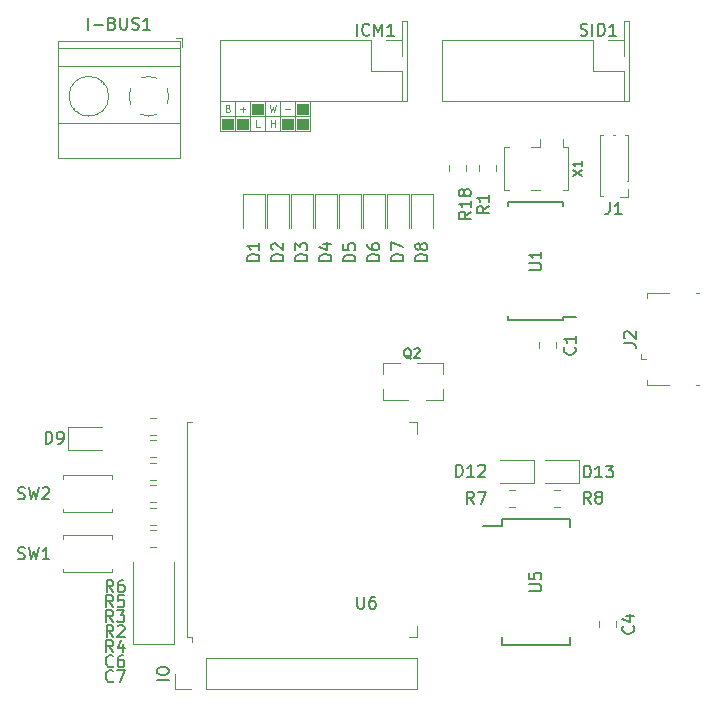
<source format=gbr>
G04 #@! TF.GenerationSoftware,KiCad,Pcbnew,5.1.5+dfsg1-2build2*
G04 #@! TF.CreationDate,2020-08-14T19:59:24+10:00*
G04 #@! TF.ProjectId,sid-board-v3_blocklayout,7369642d-626f-4617-9264-2d76335f626c,rev?*
G04 #@! TF.SameCoordinates,Original*
G04 #@! TF.FileFunction,Legend,Top*
G04 #@! TF.FilePolarity,Positive*
%FSLAX46Y46*%
G04 Gerber Fmt 4.6, Leading zero omitted, Abs format (unit mm)*
G04 Created by KiCad (PCBNEW 5.1.5+dfsg1-2build2) date 2020-08-14 19:59:24*
%MOMM*%
%LPD*%
G04 APERTURE LIST*
%ADD10C,0.120000*%
%ADD11C,0.100000*%
%ADD12C,0.150000*%
%ADD13C,0.200000*%
%ADD14C,0.125000*%
G04 APERTURE END LIST*
D10*
X151066500Y-73088500D02*
X158686500Y-73088500D01*
X166878000Y-73088500D02*
X166878000Y-72771000D01*
X166430000Y-73088500D02*
X166878000Y-73088500D01*
X166878000Y-66294000D02*
X166878000Y-72771000D01*
X166430000Y-66294000D02*
X166878000Y-66294000D01*
X166430000Y-67885000D02*
X166430000Y-66294000D01*
X166430000Y-67885000D02*
X166430000Y-69215000D01*
X165100000Y-67885000D02*
X166430000Y-67885000D01*
X166430000Y-70485000D02*
X166430000Y-73085000D01*
X163830000Y-70485000D02*
X166430000Y-70485000D01*
X163830000Y-67885000D02*
X163830000Y-70485000D01*
X166430000Y-73085000D02*
X151070000Y-73085000D01*
X163830000Y-67885000D02*
X151070000Y-67885000D01*
X151070000Y-67885000D02*
X151070000Y-73085000D01*
X126880252Y-103684000D02*
X126357748Y-103684000D01*
X126880252Y-105104000D02*
X126357748Y-105104000D01*
D11*
G36*
X138430000Y-75438000D02*
G01*
X137541000Y-75438000D01*
X137541000Y-74549000D01*
X138430000Y-74549000D01*
X138430000Y-75438000D01*
G37*
X138430000Y-75438000D02*
X137541000Y-75438000D01*
X137541000Y-74549000D01*
X138430000Y-74549000D01*
X138430000Y-75438000D01*
G36*
X139700000Y-75438000D02*
G01*
X138811000Y-75438000D01*
X138811000Y-74549000D01*
X139700000Y-74549000D01*
X139700000Y-75438000D01*
G37*
X139700000Y-75438000D02*
X138811000Y-75438000D01*
X138811000Y-74549000D01*
X139700000Y-74549000D01*
X139700000Y-75438000D01*
G36*
X139700000Y-74168000D02*
G01*
X138811000Y-74168000D01*
X138811000Y-73279000D01*
X139700000Y-73279000D01*
X139700000Y-74168000D01*
G37*
X139700000Y-74168000D02*
X138811000Y-74168000D01*
X138811000Y-73279000D01*
X139700000Y-73279000D01*
X139700000Y-74168000D01*
G36*
X135890000Y-74168000D02*
G01*
X135001000Y-74168000D01*
X135001000Y-73279000D01*
X135890000Y-73279000D01*
X135890000Y-74168000D01*
G37*
X135890000Y-74168000D02*
X135001000Y-74168000D01*
X135001000Y-73279000D01*
X135890000Y-73279000D01*
X135890000Y-74168000D01*
G36*
X134620000Y-75438000D02*
G01*
X133731000Y-75438000D01*
X133731000Y-74549000D01*
X134620000Y-74549000D01*
X134620000Y-75438000D01*
G37*
X134620000Y-75438000D02*
X133731000Y-75438000D01*
X133731000Y-74549000D01*
X134620000Y-74549000D01*
X134620000Y-75438000D01*
G36*
X133350000Y-75438000D02*
G01*
X132461000Y-75438000D01*
X132461000Y-74549000D01*
X133350000Y-74549000D01*
X133350000Y-75438000D01*
G37*
X133350000Y-75438000D02*
X132461000Y-75438000D01*
X132461000Y-74549000D01*
X133350000Y-74549000D01*
X133350000Y-75438000D01*
D10*
X138620500Y-75628500D02*
X138620500Y-74358500D01*
X138620500Y-74358500D02*
X138620500Y-73088500D01*
X137350500Y-74358500D02*
X137350500Y-75628500D01*
X137350500Y-73088500D02*
X137350500Y-74358500D01*
X136080500Y-74358500D02*
X136080500Y-75628500D01*
X136080500Y-73088500D02*
X136080500Y-74358500D01*
X134810500Y-73088500D02*
X134810500Y-74358500D01*
X134810500Y-74358500D02*
X134810500Y-75628500D01*
X133540500Y-75628500D02*
X133540500Y-73088500D01*
X132270500Y-74358500D02*
X139890500Y-74358500D01*
X132270500Y-73088500D02*
X139890500Y-73088500D01*
X132270500Y-75628500D02*
X132270500Y-73088500D01*
X139890500Y-75628500D02*
X132270500Y-75628500D01*
X139890500Y-73088500D02*
X139890500Y-75628500D01*
X148082000Y-73088500D02*
X148082000Y-72771000D01*
X147634000Y-73088500D02*
X148082000Y-73088500D01*
X148082000Y-66294000D02*
X148082000Y-72771000D01*
X147634000Y-66294000D02*
X148082000Y-66294000D01*
X147634000Y-67885000D02*
X147634000Y-66294000D01*
X147634000Y-67885000D02*
X147634000Y-69215000D01*
X146304000Y-67885000D02*
X147634000Y-67885000D01*
X147634000Y-70485000D02*
X147634000Y-73085000D01*
X145034000Y-70485000D02*
X147634000Y-70485000D01*
X145034000Y-67885000D02*
X145034000Y-70485000D01*
X147634000Y-73085000D02*
X132274000Y-73085000D01*
X145034000Y-67885000D02*
X132274000Y-67885000D01*
X132274000Y-67885000D02*
X132274000Y-73085000D01*
X154230000Y-79001252D02*
X154230000Y-78478748D01*
X155650000Y-79001252D02*
X155650000Y-78478748D01*
X126357748Y-101294000D02*
X126880252Y-101294000D01*
X126357748Y-99874000D02*
X126880252Y-99874000D01*
X148392000Y-80944000D02*
X148392000Y-83804000D01*
X150312000Y-80944000D02*
X148392000Y-80944000D01*
X150312000Y-83804000D02*
X150312000Y-80944000D01*
X122285000Y-100640000D02*
X119425000Y-100640000D01*
X119425000Y-100640000D02*
X119425000Y-102560000D01*
X119425000Y-102560000D02*
X122285000Y-102560000D01*
X134168000Y-80944000D02*
X134168000Y-83804000D01*
X136088000Y-80944000D02*
X134168000Y-80944000D01*
X136088000Y-83804000D02*
X136088000Y-80944000D01*
X167867500Y-94918000D02*
X168317500Y-94918000D01*
X167867500Y-94918000D02*
X167867500Y-94468000D01*
X168417500Y-89318000D02*
X168417500Y-89768000D01*
X170267500Y-89318000D02*
X168417500Y-89318000D01*
X172817500Y-97118000D02*
X172567500Y-97118000D01*
X172817500Y-89318000D02*
X172567500Y-89318000D01*
X170267500Y-97118000D02*
X168417500Y-97118000D01*
X168417500Y-97118000D02*
X168417500Y-96668000D01*
X138120000Y-83804000D02*
X138120000Y-80944000D01*
X138120000Y-80944000D02*
X136200000Y-80944000D01*
X136200000Y-80944000D02*
X136200000Y-83804000D01*
X129078000Y-67744000D02*
X128578000Y-67744000D01*
X129078000Y-68484000D02*
X129078000Y-67744000D01*
X122385000Y-71621000D02*
X122432000Y-71575000D01*
X120088000Y-73919000D02*
X120123000Y-73883000D01*
X122192000Y-71405000D02*
X122227000Y-71370000D01*
X119883000Y-73713000D02*
X119930000Y-73667000D01*
X118558000Y-77905000D02*
X118558000Y-67984000D01*
X128838000Y-77905000D02*
X128838000Y-67984000D01*
X128838000Y-67984000D02*
X118558000Y-67984000D01*
X128838000Y-77905000D02*
X118558000Y-77905000D01*
X128838000Y-74945000D02*
X118558000Y-74945000D01*
X128838000Y-70044000D02*
X118558000Y-70044000D01*
X128838000Y-68544000D02*
X118558000Y-68544000D01*
X122838000Y-72644000D02*
G75*
G03X122838000Y-72644000I-1680000J0D01*
G01*
X126209195Y-70963747D02*
G75*
G02X126922000Y-71109000I28805J-1680253D01*
G01*
X127773426Y-71960958D02*
G75*
G02X127773000Y-73328000I-1535426J-683042D01*
G01*
X126921042Y-74179426D02*
G75*
G02X125554000Y-74179000I-683042J1535426D01*
G01*
X124702574Y-73327042D02*
G75*
G02X124703000Y-71960000I1535426J683042D01*
G01*
X125554682Y-71109244D02*
G75*
G02X126238000Y-70964000I683318J-1534756D01*
G01*
X151128000Y-98354000D02*
X149668000Y-98354000D01*
X151128000Y-95194000D02*
X148968000Y-95194000D01*
X151128000Y-95194000D02*
X151128000Y-96124000D01*
X151128000Y-98354000D02*
X151128000Y-97424000D01*
X146052000Y-95194000D02*
X146052000Y-96124000D01*
X146052000Y-98354000D02*
X146052000Y-97424000D01*
X146052000Y-98354000D02*
X148212000Y-98354000D01*
X146052000Y-95194000D02*
X147512000Y-95194000D01*
X126880252Y-108914000D02*
X126357748Y-108914000D01*
X126880252Y-107494000D02*
X126357748Y-107494000D01*
X158832000Y-103434000D02*
X155972000Y-103434000D01*
X158832000Y-105354000D02*
X158832000Y-103434000D01*
X155972000Y-105354000D02*
X158832000Y-105354000D01*
X156710748Y-105970000D02*
X157233252Y-105970000D01*
X156710748Y-107390000D02*
X157233252Y-107390000D01*
X126880252Y-103199000D02*
X126357748Y-103199000D01*
X126880252Y-101779000D02*
X126357748Y-101779000D01*
X129892000Y-118467000D02*
X129892000Y-118847000D01*
X129472000Y-118467000D02*
X129892000Y-118467000D01*
X129472000Y-100227000D02*
X129892000Y-100227000D01*
X129472000Y-118467000D02*
X129472000Y-100227000D01*
X148912000Y-100227000D02*
X148912000Y-101227000D01*
X148292000Y-100227000D02*
X148912000Y-100227000D01*
X148912000Y-118467000D02*
X148912000Y-117467000D01*
X148292000Y-118467000D02*
X148912000Y-118467000D01*
X159782000Y-105354000D02*
X162642000Y-105354000D01*
X162642000Y-105354000D02*
X162642000Y-103434000D01*
X162642000Y-103434000D02*
X159782000Y-103434000D01*
X160730000Y-93987252D02*
X160730000Y-93464748D01*
X159310000Y-93987252D02*
X159310000Y-93464748D01*
X164390000Y-117609252D02*
X164390000Y-117086748D01*
X165810000Y-117609252D02*
X165810000Y-117086748D01*
X118961000Y-107869000D02*
X118961000Y-107569000D01*
X123101000Y-104729000D02*
X123101000Y-105029000D01*
X123101000Y-107569000D02*
X123101000Y-107869000D01*
X118961000Y-104729000D02*
X123101000Y-104729000D01*
X118961000Y-105029000D02*
X118961000Y-104729000D01*
X123101000Y-107869000D02*
X118961000Y-107869000D01*
X126880252Y-105589000D02*
X126357748Y-105589000D01*
X126880252Y-107009000D02*
X126357748Y-107009000D01*
X151690000Y-79010252D02*
X151690000Y-78487748D01*
X153110000Y-79010252D02*
X153110000Y-78487748D01*
X160520748Y-107390000D02*
X161043252Y-107390000D01*
X160520748Y-105970000D02*
X161043252Y-105970000D01*
X126357748Y-110819000D02*
X126880252Y-110819000D01*
X126357748Y-109399000D02*
X126880252Y-109399000D01*
D12*
X161329000Y-91364000D02*
X162404000Y-91364000D01*
X161329000Y-81639000D02*
X156679000Y-81639000D01*
X161329000Y-91589000D02*
X156679000Y-91589000D01*
X161329000Y-81639000D02*
X161329000Y-81964000D01*
X156679000Y-81639000D02*
X156679000Y-81964000D01*
X156679000Y-91589000D02*
X156679000Y-91264000D01*
X161329000Y-91589000D02*
X161329000Y-91364000D01*
D10*
X128329000Y-118997000D02*
X128329000Y-112062000D01*
X124909000Y-118997000D02*
X128329000Y-118997000D01*
X124909000Y-112062000D02*
X124909000Y-118997000D01*
X123101000Y-112949000D02*
X118961000Y-112949000D01*
X118961000Y-110109000D02*
X118961000Y-109809000D01*
X118961000Y-109809000D02*
X123101000Y-109809000D01*
X123101000Y-112649000D02*
X123101000Y-112949000D01*
X123101000Y-109809000D02*
X123101000Y-110109000D01*
X118961000Y-112949000D02*
X118961000Y-112649000D01*
D12*
X156129000Y-109042000D02*
X154529000Y-109042000D01*
X156129000Y-119117000D02*
X161879000Y-119117000D01*
X156129000Y-108467000D02*
X161879000Y-108467000D01*
X156129000Y-119117000D02*
X156129000Y-118467000D01*
X161879000Y-119117000D02*
X161879000Y-118467000D01*
X161879000Y-108467000D02*
X161879000Y-109117000D01*
X156129000Y-108467000D02*
X156129000Y-109042000D01*
D10*
X138232000Y-80944000D02*
X138232000Y-83804000D01*
X140152000Y-80944000D02*
X138232000Y-80944000D01*
X140152000Y-83804000D02*
X140152000Y-80944000D01*
X142184000Y-83804000D02*
X142184000Y-80944000D01*
X142184000Y-80944000D02*
X140264000Y-80944000D01*
X140264000Y-80944000D02*
X140264000Y-83804000D01*
X144216000Y-83804000D02*
X144216000Y-80944000D01*
X144216000Y-80944000D02*
X142296000Y-80944000D01*
X142296000Y-80944000D02*
X142296000Y-83804000D01*
X144328000Y-80944000D02*
X144328000Y-83804000D01*
X146248000Y-80944000D02*
X144328000Y-80944000D01*
X146248000Y-83804000D02*
X146248000Y-80944000D01*
X146360000Y-80944000D02*
X146360000Y-83804000D01*
X148280000Y-80944000D02*
X146360000Y-80944000D01*
X148280000Y-83804000D02*
X148280000Y-80944000D01*
X166826000Y-75958000D02*
X166510493Y-75958000D01*
X164721507Y-75958000D02*
X164406000Y-75958000D01*
X165721507Y-75958000D02*
X165510493Y-75958000D01*
X166826000Y-79833000D02*
X166826000Y-75958000D01*
X164406000Y-81078000D02*
X164406000Y-75958000D01*
X166826000Y-79833000D02*
X166724276Y-79833000D01*
X164721507Y-81078000D02*
X164406000Y-81078000D01*
X166826000Y-80518000D02*
X166826000Y-81203000D01*
X166826000Y-81203000D02*
X166116000Y-81203000D01*
X156694000Y-80540000D02*
X156304000Y-80540000D01*
X156304000Y-80540000D02*
X156304000Y-76940000D01*
X156304000Y-76940000D02*
X156694000Y-76940000D01*
X159374000Y-80540000D02*
X158634000Y-80540000D01*
X161314000Y-76240000D02*
X161314000Y-76940000D01*
X161314000Y-76940000D02*
X161704000Y-76940000D01*
X161704000Y-76940000D02*
X161704000Y-80540000D01*
X161704000Y-80540000D02*
X161314000Y-80540000D01*
X158634000Y-76940000D02*
X159374000Y-76940000D01*
X159374000Y-76940000D02*
X159374000Y-76240000D01*
X148904000Y-122869000D02*
X148904000Y-120209000D01*
X131064000Y-122869000D02*
X148904000Y-122869000D01*
X131064000Y-120209000D02*
X148904000Y-120209000D01*
X131064000Y-122869000D02*
X131064000Y-120209000D01*
X129794000Y-122869000D02*
X128464000Y-122869000D01*
X128464000Y-122869000D02*
X128464000Y-121539000D01*
D13*
X162795523Y-67460761D02*
X162938380Y-67508380D01*
X163176476Y-67508380D01*
X163271714Y-67460761D01*
X163319333Y-67413142D01*
X163366952Y-67317904D01*
X163366952Y-67222666D01*
X163319333Y-67127428D01*
X163271714Y-67079809D01*
X163176476Y-67032190D01*
X162986000Y-66984571D01*
X162890761Y-66936952D01*
X162843142Y-66889333D01*
X162795523Y-66794095D01*
X162795523Y-66698857D01*
X162843142Y-66603619D01*
X162890761Y-66556000D01*
X162986000Y-66508380D01*
X163224095Y-66508380D01*
X163366952Y-66556000D01*
X163795523Y-67508380D02*
X163795523Y-66508380D01*
X164271714Y-67508380D02*
X164271714Y-66508380D01*
X164509809Y-66508380D01*
X164652666Y-66556000D01*
X164747904Y-66651238D01*
X164795523Y-66746476D01*
X164843142Y-66936952D01*
X164843142Y-67079809D01*
X164795523Y-67270285D01*
X164747904Y-67365523D01*
X164652666Y-67460761D01*
X164509809Y-67508380D01*
X164271714Y-67508380D01*
X165795523Y-67508380D02*
X165224095Y-67508380D01*
X165509809Y-67508380D02*
X165509809Y-66508380D01*
X165414571Y-66651238D01*
X165319333Y-66746476D01*
X165224095Y-66794095D01*
D12*
X123219642Y-117165380D02*
X122886309Y-116689190D01*
X122648214Y-117165380D02*
X122648214Y-116165380D01*
X123029166Y-116165380D01*
X123124404Y-116213000D01*
X123172023Y-116260619D01*
X123219642Y-116355857D01*
X123219642Y-116498714D01*
X123172023Y-116593952D01*
X123124404Y-116641571D01*
X123029166Y-116689190D01*
X122648214Y-116689190D01*
X123552976Y-116165380D02*
X124172023Y-116165380D01*
X123838690Y-116546333D01*
X123981547Y-116546333D01*
X124076785Y-116593952D01*
X124124404Y-116641571D01*
X124172023Y-116736809D01*
X124172023Y-116974904D01*
X124124404Y-117070142D01*
X124076785Y-117117761D01*
X123981547Y-117165380D01*
X123695833Y-117165380D01*
X123600595Y-117117761D01*
X123552976Y-117070142D01*
D13*
X143856666Y-67508380D02*
X143856666Y-66508380D01*
X144904285Y-67413142D02*
X144856666Y-67460761D01*
X144713809Y-67508380D01*
X144618571Y-67508380D01*
X144475714Y-67460761D01*
X144380476Y-67365523D01*
X144332857Y-67270285D01*
X144285238Y-67079809D01*
X144285238Y-66936952D01*
X144332857Y-66746476D01*
X144380476Y-66651238D01*
X144475714Y-66556000D01*
X144618571Y-66508380D01*
X144713809Y-66508380D01*
X144856666Y-66556000D01*
X144904285Y-66603619D01*
X145332857Y-67508380D02*
X145332857Y-66508380D01*
X145666190Y-67222666D01*
X145999523Y-66508380D01*
X145999523Y-67508380D01*
X146999523Y-67508380D02*
X146428095Y-67508380D01*
X146713809Y-67508380D02*
X146713809Y-66508380D01*
X146618571Y-66651238D01*
X146523333Y-66746476D01*
X146428095Y-66794095D01*
D14*
X136544071Y-75264928D02*
X136544071Y-74664928D01*
X136544071Y-74950642D02*
X136886928Y-74950642D01*
X136886928Y-75264928D02*
X136886928Y-74664928D01*
X135631214Y-75264928D02*
X135345500Y-75264928D01*
X135345500Y-74664928D01*
X132948357Y-73680642D02*
X133034071Y-73709214D01*
X133062642Y-73737785D01*
X133091214Y-73794928D01*
X133091214Y-73880642D01*
X133062642Y-73937785D01*
X133034071Y-73966357D01*
X132976928Y-73994928D01*
X132748357Y-73994928D01*
X132748357Y-73394928D01*
X132948357Y-73394928D01*
X133005500Y-73423500D01*
X133034071Y-73452071D01*
X133062642Y-73509214D01*
X133062642Y-73566357D01*
X133034071Y-73623500D01*
X133005500Y-73652071D01*
X132948357Y-73680642D01*
X132748357Y-73680642D01*
X133946928Y-73766357D02*
X134404071Y-73766357D01*
X134175500Y-73994928D02*
X134175500Y-73537785D01*
X136458357Y-73394928D02*
X136601214Y-73994928D01*
X136715500Y-73566357D01*
X136829785Y-73994928D01*
X136972642Y-73394928D01*
X137756928Y-73766357D02*
X138214071Y-73766357D01*
D12*
X155011380Y-81954666D02*
X154535190Y-82288000D01*
X155011380Y-82526095D02*
X154011380Y-82526095D01*
X154011380Y-82145142D01*
X154059000Y-82049904D01*
X154106619Y-82002285D01*
X154201857Y-81954666D01*
X154344714Y-81954666D01*
X154439952Y-82002285D01*
X154487571Y-82049904D01*
X154535190Y-82145142D01*
X154535190Y-82526095D01*
X155011380Y-81002285D02*
X155011380Y-81573714D01*
X155011380Y-81288000D02*
X154011380Y-81288000D01*
X154154238Y-81383238D01*
X154249476Y-81478476D01*
X154297095Y-81573714D01*
X123228642Y-114625380D02*
X122895309Y-114149190D01*
X122657214Y-114625380D02*
X122657214Y-113625380D01*
X123038166Y-113625380D01*
X123133404Y-113673000D01*
X123181023Y-113720619D01*
X123228642Y-113815857D01*
X123228642Y-113958714D01*
X123181023Y-114053952D01*
X123133404Y-114101571D01*
X123038166Y-114149190D01*
X122657214Y-114149190D01*
X124085785Y-113625380D02*
X123895309Y-113625380D01*
X123800071Y-113673000D01*
X123752452Y-113720619D01*
X123657214Y-113863476D01*
X123609595Y-114053952D01*
X123609595Y-114434904D01*
X123657214Y-114530142D01*
X123704833Y-114577761D01*
X123800071Y-114625380D01*
X123990547Y-114625380D01*
X124085785Y-114577761D01*
X124133404Y-114530142D01*
X124181023Y-114434904D01*
X124181023Y-114196809D01*
X124133404Y-114101571D01*
X124085785Y-114053952D01*
X123990547Y-114006333D01*
X123800071Y-114006333D01*
X123704833Y-114053952D01*
X123657214Y-114101571D01*
X123609595Y-114196809D01*
X149804380Y-86590095D02*
X148804380Y-86590095D01*
X148804380Y-86352000D01*
X148852000Y-86209142D01*
X148947238Y-86113904D01*
X149042476Y-86066285D01*
X149232952Y-86018666D01*
X149375809Y-86018666D01*
X149566285Y-86066285D01*
X149661523Y-86113904D01*
X149756761Y-86209142D01*
X149804380Y-86352000D01*
X149804380Y-86590095D01*
X149232952Y-85447238D02*
X149185333Y-85542476D01*
X149137714Y-85590095D01*
X149042476Y-85637714D01*
X148994857Y-85637714D01*
X148899619Y-85590095D01*
X148852000Y-85542476D01*
X148804380Y-85447238D01*
X148804380Y-85256761D01*
X148852000Y-85161523D01*
X148899619Y-85113904D01*
X148994857Y-85066285D01*
X149042476Y-85066285D01*
X149137714Y-85113904D01*
X149185333Y-85161523D01*
X149232952Y-85256761D01*
X149232952Y-85447238D01*
X149280571Y-85542476D01*
X149328190Y-85590095D01*
X149423428Y-85637714D01*
X149613904Y-85637714D01*
X149709142Y-85590095D01*
X149756761Y-85542476D01*
X149804380Y-85447238D01*
X149804380Y-85256761D01*
X149756761Y-85161523D01*
X149709142Y-85113904D01*
X149613904Y-85066285D01*
X149423428Y-85066285D01*
X149328190Y-85113904D01*
X149280571Y-85161523D01*
X149232952Y-85256761D01*
X117498904Y-102052380D02*
X117498904Y-101052380D01*
X117737000Y-101052380D01*
X117879857Y-101100000D01*
X117975095Y-101195238D01*
X118022714Y-101290476D01*
X118070333Y-101480952D01*
X118070333Y-101623809D01*
X118022714Y-101814285D01*
X117975095Y-101909523D01*
X117879857Y-102004761D01*
X117737000Y-102052380D01*
X117498904Y-102052380D01*
X118546523Y-102052380D02*
X118737000Y-102052380D01*
X118832238Y-102004761D01*
X118879857Y-101957142D01*
X118975095Y-101814285D01*
X119022714Y-101623809D01*
X119022714Y-101242857D01*
X118975095Y-101147619D01*
X118927476Y-101100000D01*
X118832238Y-101052380D01*
X118641761Y-101052380D01*
X118546523Y-101100000D01*
X118498904Y-101147619D01*
X118451285Y-101242857D01*
X118451285Y-101480952D01*
X118498904Y-101576190D01*
X118546523Y-101623809D01*
X118641761Y-101671428D01*
X118832238Y-101671428D01*
X118927476Y-101623809D01*
X118975095Y-101576190D01*
X119022714Y-101480952D01*
X135580380Y-86590095D02*
X134580380Y-86590095D01*
X134580380Y-86352000D01*
X134628000Y-86209142D01*
X134723238Y-86113904D01*
X134818476Y-86066285D01*
X135008952Y-86018666D01*
X135151809Y-86018666D01*
X135342285Y-86066285D01*
X135437523Y-86113904D01*
X135532761Y-86209142D01*
X135580380Y-86352000D01*
X135580380Y-86590095D01*
X135580380Y-85066285D02*
X135580380Y-85637714D01*
X135580380Y-85352000D02*
X134580380Y-85352000D01*
X134723238Y-85447238D01*
X134818476Y-85542476D01*
X134866095Y-85637714D01*
X166457380Y-93551333D02*
X167171666Y-93551333D01*
X167314523Y-93598952D01*
X167409761Y-93694190D01*
X167457380Y-93837047D01*
X167457380Y-93932285D01*
X166552619Y-93122761D02*
X166505000Y-93075142D01*
X166457380Y-92979904D01*
X166457380Y-92741809D01*
X166505000Y-92646571D01*
X166552619Y-92598952D01*
X166647857Y-92551333D01*
X166743095Y-92551333D01*
X166885952Y-92598952D01*
X167457380Y-93170380D01*
X167457380Y-92551333D01*
X137612380Y-86590095D02*
X136612380Y-86590095D01*
X136612380Y-86352000D01*
X136660000Y-86209142D01*
X136755238Y-86113904D01*
X136850476Y-86066285D01*
X137040952Y-86018666D01*
X137183809Y-86018666D01*
X137374285Y-86066285D01*
X137469523Y-86113904D01*
X137564761Y-86209142D01*
X137612380Y-86352000D01*
X137612380Y-86590095D01*
X136707619Y-85637714D02*
X136660000Y-85590095D01*
X136612380Y-85494857D01*
X136612380Y-85256761D01*
X136660000Y-85161523D01*
X136707619Y-85113904D01*
X136802857Y-85066285D01*
X136898095Y-85066285D01*
X137040952Y-85113904D01*
X137612380Y-85685333D01*
X137612380Y-85066285D01*
X121102761Y-67000380D02*
X121102761Y-66000380D01*
X121578952Y-66619428D02*
X122340857Y-66619428D01*
X123150380Y-66476571D02*
X123293238Y-66524190D01*
X123340857Y-66571809D01*
X123388476Y-66667047D01*
X123388476Y-66809904D01*
X123340857Y-66905142D01*
X123293238Y-66952761D01*
X123198000Y-67000380D01*
X122817047Y-67000380D01*
X122817047Y-66000380D01*
X123150380Y-66000380D01*
X123245619Y-66048000D01*
X123293238Y-66095619D01*
X123340857Y-66190857D01*
X123340857Y-66286095D01*
X123293238Y-66381333D01*
X123245619Y-66428952D01*
X123150380Y-66476571D01*
X122817047Y-66476571D01*
X123817047Y-66000380D02*
X123817047Y-66809904D01*
X123864666Y-66905142D01*
X123912285Y-66952761D01*
X124007523Y-67000380D01*
X124198000Y-67000380D01*
X124293238Y-66952761D01*
X124340857Y-66905142D01*
X124388476Y-66809904D01*
X124388476Y-66000380D01*
X124817047Y-66952761D02*
X124959904Y-67000380D01*
X125198000Y-67000380D01*
X125293238Y-66952761D01*
X125340857Y-66905142D01*
X125388476Y-66809904D01*
X125388476Y-66714666D01*
X125340857Y-66619428D01*
X125293238Y-66571809D01*
X125198000Y-66524190D01*
X125007523Y-66476571D01*
X124912285Y-66428952D01*
X124864666Y-66381333D01*
X124817047Y-66286095D01*
X124817047Y-66190857D01*
X124864666Y-66095619D01*
X124912285Y-66048000D01*
X125007523Y-66000380D01*
X125245619Y-66000380D01*
X125388476Y-66048000D01*
X126340857Y-67000380D02*
X125769428Y-67000380D01*
X126055142Y-67000380D02*
X126055142Y-66000380D01*
X125959904Y-66143238D01*
X125864666Y-66238476D01*
X125769428Y-66286095D01*
X148450309Y-94862595D02*
X148374119Y-94824500D01*
X148297928Y-94748309D01*
X148183642Y-94634023D01*
X148107452Y-94595928D01*
X148031261Y-94595928D01*
X148069357Y-94786404D02*
X147993166Y-94748309D01*
X147916976Y-94672119D01*
X147878880Y-94519738D01*
X147878880Y-94253071D01*
X147916976Y-94100690D01*
X147993166Y-94024500D01*
X148069357Y-93986404D01*
X148221738Y-93986404D01*
X148297928Y-94024500D01*
X148374119Y-94100690D01*
X148412214Y-94253071D01*
X148412214Y-94519738D01*
X148374119Y-94672119D01*
X148297928Y-94748309D01*
X148221738Y-94786404D01*
X148069357Y-94786404D01*
X148716976Y-94062595D02*
X148755071Y-94024500D01*
X148831261Y-93986404D01*
X149021738Y-93986404D01*
X149097928Y-94024500D01*
X149136023Y-94062595D01*
X149174119Y-94138785D01*
X149174119Y-94214976D01*
X149136023Y-94329261D01*
X148678880Y-94786404D01*
X149174119Y-94786404D01*
X123219642Y-119705380D02*
X122886309Y-119229190D01*
X122648214Y-119705380D02*
X122648214Y-118705380D01*
X123029166Y-118705380D01*
X123124404Y-118753000D01*
X123172023Y-118800619D01*
X123219642Y-118895857D01*
X123219642Y-119038714D01*
X123172023Y-119133952D01*
X123124404Y-119181571D01*
X123029166Y-119229190D01*
X122648214Y-119229190D01*
X124076785Y-119038714D02*
X124076785Y-119705380D01*
X123838690Y-118657761D02*
X123600595Y-119372047D01*
X124219642Y-119372047D01*
X152239333Y-104846380D02*
X152239333Y-103846380D01*
X152477428Y-103846380D01*
X152620285Y-103894000D01*
X152715523Y-103989238D01*
X152763142Y-104084476D01*
X152810761Y-104274952D01*
X152810761Y-104417809D01*
X152763142Y-104608285D01*
X152715523Y-104703523D01*
X152620285Y-104798761D01*
X152477428Y-104846380D01*
X152239333Y-104846380D01*
X153763142Y-104846380D02*
X153191714Y-104846380D01*
X153477428Y-104846380D02*
X153477428Y-103846380D01*
X153382190Y-103989238D01*
X153286952Y-104084476D01*
X153191714Y-104132095D01*
X154144095Y-103941619D02*
X154191714Y-103894000D01*
X154286952Y-103846380D01*
X154525047Y-103846380D01*
X154620285Y-103894000D01*
X154667904Y-103941619D01*
X154715523Y-104036857D01*
X154715523Y-104132095D01*
X154667904Y-104274952D01*
X154096476Y-104846380D01*
X154715523Y-104846380D01*
X153763142Y-107132380D02*
X153429809Y-106656190D01*
X153191714Y-107132380D02*
X153191714Y-106132380D01*
X153572666Y-106132380D01*
X153667904Y-106180000D01*
X153715523Y-106227619D01*
X153763142Y-106322857D01*
X153763142Y-106465714D01*
X153715523Y-106560952D01*
X153667904Y-106608571D01*
X153572666Y-106656190D01*
X153191714Y-106656190D01*
X154096476Y-106132380D02*
X154763142Y-106132380D01*
X154334571Y-107132380D01*
X123219642Y-115895380D02*
X122886309Y-115419190D01*
X122648214Y-115895380D02*
X122648214Y-114895380D01*
X123029166Y-114895380D01*
X123124404Y-114943000D01*
X123172023Y-114990619D01*
X123219642Y-115085857D01*
X123219642Y-115228714D01*
X123172023Y-115323952D01*
X123124404Y-115371571D01*
X123029166Y-115419190D01*
X122648214Y-115419190D01*
X124124404Y-114895380D02*
X123648214Y-114895380D01*
X123600595Y-115371571D01*
X123648214Y-115323952D01*
X123743452Y-115276333D01*
X123981547Y-115276333D01*
X124076785Y-115323952D01*
X124124404Y-115371571D01*
X124172023Y-115466809D01*
X124172023Y-115704904D01*
X124124404Y-115800142D01*
X124076785Y-115847761D01*
X123981547Y-115895380D01*
X123743452Y-115895380D01*
X123648214Y-115847761D01*
X123600595Y-115800142D01*
X143891095Y-115022380D02*
X143891095Y-115831904D01*
X143938714Y-115927142D01*
X143986333Y-115974761D01*
X144081571Y-116022380D01*
X144272047Y-116022380D01*
X144367285Y-115974761D01*
X144414904Y-115927142D01*
X144462523Y-115831904D01*
X144462523Y-115022380D01*
X145367285Y-115022380D02*
X145176809Y-115022380D01*
X145081571Y-115070000D01*
X145033952Y-115117619D01*
X144938714Y-115260476D01*
X144891095Y-115450952D01*
X144891095Y-115831904D01*
X144938714Y-115927142D01*
X144986333Y-115974761D01*
X145081571Y-116022380D01*
X145272047Y-116022380D01*
X145367285Y-115974761D01*
X145414904Y-115927142D01*
X145462523Y-115831904D01*
X145462523Y-115593809D01*
X145414904Y-115498571D01*
X145367285Y-115450952D01*
X145272047Y-115403333D01*
X145081571Y-115403333D01*
X144986333Y-115450952D01*
X144938714Y-115498571D01*
X144891095Y-115593809D01*
X163086095Y-104909880D02*
X163086095Y-103909880D01*
X163324190Y-103909880D01*
X163467047Y-103957500D01*
X163562285Y-104052738D01*
X163609904Y-104147976D01*
X163657523Y-104338452D01*
X163657523Y-104481309D01*
X163609904Y-104671785D01*
X163562285Y-104767023D01*
X163467047Y-104862261D01*
X163324190Y-104909880D01*
X163086095Y-104909880D01*
X164609904Y-104909880D02*
X164038476Y-104909880D01*
X164324190Y-104909880D02*
X164324190Y-103909880D01*
X164228952Y-104052738D01*
X164133714Y-104147976D01*
X164038476Y-104195595D01*
X164943238Y-103909880D02*
X165562285Y-103909880D01*
X165228952Y-104290833D01*
X165371809Y-104290833D01*
X165467047Y-104338452D01*
X165514666Y-104386071D01*
X165562285Y-104481309D01*
X165562285Y-104719404D01*
X165514666Y-104814642D01*
X165467047Y-104862261D01*
X165371809Y-104909880D01*
X165086095Y-104909880D01*
X164990857Y-104862261D01*
X164943238Y-104814642D01*
X162282142Y-93892666D02*
X162329761Y-93940285D01*
X162377380Y-94083142D01*
X162377380Y-94178380D01*
X162329761Y-94321238D01*
X162234523Y-94416476D01*
X162139285Y-94464095D01*
X161948809Y-94511714D01*
X161805952Y-94511714D01*
X161615476Y-94464095D01*
X161520238Y-94416476D01*
X161425000Y-94321238D01*
X161377380Y-94178380D01*
X161377380Y-94083142D01*
X161425000Y-93940285D01*
X161472619Y-93892666D01*
X162377380Y-92940285D02*
X162377380Y-93511714D01*
X162377380Y-93226000D02*
X161377380Y-93226000D01*
X161520238Y-93321238D01*
X161615476Y-93416476D01*
X161663095Y-93511714D01*
X167235142Y-117514666D02*
X167282761Y-117562285D01*
X167330380Y-117705142D01*
X167330380Y-117800380D01*
X167282761Y-117943238D01*
X167187523Y-118038476D01*
X167092285Y-118086095D01*
X166901809Y-118133714D01*
X166758952Y-118133714D01*
X166568476Y-118086095D01*
X166473238Y-118038476D01*
X166378000Y-117943238D01*
X166330380Y-117800380D01*
X166330380Y-117705142D01*
X166378000Y-117562285D01*
X166425619Y-117514666D01*
X166663714Y-116657523D02*
X167330380Y-116657523D01*
X166282761Y-116895619D02*
X166997047Y-117133714D01*
X166997047Y-116514666D01*
X115155357Y-106703761D02*
X115298214Y-106751380D01*
X115536309Y-106751380D01*
X115631547Y-106703761D01*
X115679166Y-106656142D01*
X115726785Y-106560904D01*
X115726785Y-106465666D01*
X115679166Y-106370428D01*
X115631547Y-106322809D01*
X115536309Y-106275190D01*
X115345833Y-106227571D01*
X115250595Y-106179952D01*
X115202976Y-106132333D01*
X115155357Y-106037095D01*
X115155357Y-105941857D01*
X115202976Y-105846619D01*
X115250595Y-105799000D01*
X115345833Y-105751380D01*
X115583928Y-105751380D01*
X115726785Y-105799000D01*
X116060119Y-105751380D02*
X116298214Y-106751380D01*
X116488690Y-106037095D01*
X116679166Y-106751380D01*
X116917261Y-105751380D01*
X117250595Y-105846619D02*
X117298214Y-105799000D01*
X117393452Y-105751380D01*
X117631547Y-105751380D01*
X117726785Y-105799000D01*
X117774404Y-105846619D01*
X117822023Y-105941857D01*
X117822023Y-106037095D01*
X117774404Y-106179952D01*
X117202976Y-106751380D01*
X117822023Y-106751380D01*
X123228642Y-118435380D02*
X122895309Y-117959190D01*
X122657214Y-118435380D02*
X122657214Y-117435380D01*
X123038166Y-117435380D01*
X123133404Y-117483000D01*
X123181023Y-117530619D01*
X123228642Y-117625857D01*
X123228642Y-117768714D01*
X123181023Y-117863952D01*
X123133404Y-117911571D01*
X123038166Y-117959190D01*
X122657214Y-117959190D01*
X123609595Y-117530619D02*
X123657214Y-117483000D01*
X123752452Y-117435380D01*
X123990547Y-117435380D01*
X124085785Y-117483000D01*
X124133404Y-117530619D01*
X124181023Y-117625857D01*
X124181023Y-117721095D01*
X124133404Y-117863952D01*
X123561976Y-118435380D01*
X124181023Y-118435380D01*
X153487380Y-82430857D02*
X153011190Y-82764190D01*
X153487380Y-83002285D02*
X152487380Y-83002285D01*
X152487380Y-82621333D01*
X152535000Y-82526095D01*
X152582619Y-82478476D01*
X152677857Y-82430857D01*
X152820714Y-82430857D01*
X152915952Y-82478476D01*
X152963571Y-82526095D01*
X153011190Y-82621333D01*
X153011190Y-83002285D01*
X153487380Y-81478476D02*
X153487380Y-82049904D01*
X153487380Y-81764190D02*
X152487380Y-81764190D01*
X152630238Y-81859428D01*
X152725476Y-81954666D01*
X152773095Y-82049904D01*
X152915952Y-80907047D02*
X152868333Y-81002285D01*
X152820714Y-81049904D01*
X152725476Y-81097523D01*
X152677857Y-81097523D01*
X152582619Y-81049904D01*
X152535000Y-81002285D01*
X152487380Y-80907047D01*
X152487380Y-80716571D01*
X152535000Y-80621333D01*
X152582619Y-80573714D01*
X152677857Y-80526095D01*
X152725476Y-80526095D01*
X152820714Y-80573714D01*
X152868333Y-80621333D01*
X152915952Y-80716571D01*
X152915952Y-80907047D01*
X152963571Y-81002285D01*
X153011190Y-81049904D01*
X153106428Y-81097523D01*
X153296904Y-81097523D01*
X153392142Y-81049904D01*
X153439761Y-81002285D01*
X153487380Y-80907047D01*
X153487380Y-80716571D01*
X153439761Y-80621333D01*
X153392142Y-80573714D01*
X153296904Y-80526095D01*
X153106428Y-80526095D01*
X153011190Y-80573714D01*
X152963571Y-80621333D01*
X152915952Y-80716571D01*
X163657523Y-107132380D02*
X163324190Y-106656190D01*
X163086095Y-107132380D02*
X163086095Y-106132380D01*
X163467047Y-106132380D01*
X163562285Y-106180000D01*
X163609904Y-106227619D01*
X163657523Y-106322857D01*
X163657523Y-106465714D01*
X163609904Y-106560952D01*
X163562285Y-106608571D01*
X163467047Y-106656190D01*
X163086095Y-106656190D01*
X164228952Y-106560952D02*
X164133714Y-106513333D01*
X164086095Y-106465714D01*
X164038476Y-106370476D01*
X164038476Y-106322857D01*
X164086095Y-106227619D01*
X164133714Y-106180000D01*
X164228952Y-106132380D01*
X164419428Y-106132380D01*
X164514666Y-106180000D01*
X164562285Y-106227619D01*
X164609904Y-106322857D01*
X164609904Y-106370476D01*
X164562285Y-106465714D01*
X164514666Y-106513333D01*
X164419428Y-106560952D01*
X164228952Y-106560952D01*
X164133714Y-106608571D01*
X164086095Y-106656190D01*
X164038476Y-106751428D01*
X164038476Y-106941904D01*
X164086095Y-107037142D01*
X164133714Y-107084761D01*
X164228952Y-107132380D01*
X164419428Y-107132380D01*
X164514666Y-107084761D01*
X164562285Y-107037142D01*
X164609904Y-106941904D01*
X164609904Y-106751428D01*
X164562285Y-106656190D01*
X164514666Y-106608571D01*
X164419428Y-106560952D01*
X123219642Y-120880142D02*
X123172023Y-120927761D01*
X123029166Y-120975380D01*
X122933928Y-120975380D01*
X122791071Y-120927761D01*
X122695833Y-120832523D01*
X122648214Y-120737285D01*
X122600595Y-120546809D01*
X122600595Y-120403952D01*
X122648214Y-120213476D01*
X122695833Y-120118238D01*
X122791071Y-120023000D01*
X122933928Y-119975380D01*
X123029166Y-119975380D01*
X123172023Y-120023000D01*
X123219642Y-120070619D01*
X124076785Y-119975380D02*
X123886309Y-119975380D01*
X123791071Y-120023000D01*
X123743452Y-120070619D01*
X123648214Y-120213476D01*
X123600595Y-120403952D01*
X123600595Y-120784904D01*
X123648214Y-120880142D01*
X123695833Y-120927761D01*
X123791071Y-120975380D01*
X123981547Y-120975380D01*
X124076785Y-120927761D01*
X124124404Y-120880142D01*
X124172023Y-120784904D01*
X124172023Y-120546809D01*
X124124404Y-120451571D01*
X124076785Y-120403952D01*
X123981547Y-120356333D01*
X123791071Y-120356333D01*
X123695833Y-120403952D01*
X123648214Y-120451571D01*
X123600595Y-120546809D01*
X158456380Y-87375904D02*
X159265904Y-87375904D01*
X159361142Y-87328285D01*
X159408761Y-87280666D01*
X159456380Y-87185428D01*
X159456380Y-86994952D01*
X159408761Y-86899714D01*
X159361142Y-86852095D01*
X159265904Y-86804476D01*
X158456380Y-86804476D01*
X159456380Y-85804476D02*
X159456380Y-86375904D01*
X159456380Y-86090190D02*
X158456380Y-86090190D01*
X158599238Y-86185428D01*
X158694476Y-86280666D01*
X158742095Y-86375904D01*
X123219642Y-122150142D02*
X123172023Y-122197761D01*
X123029166Y-122245380D01*
X122933928Y-122245380D01*
X122791071Y-122197761D01*
X122695833Y-122102523D01*
X122648214Y-122007285D01*
X122600595Y-121816809D01*
X122600595Y-121673952D01*
X122648214Y-121483476D01*
X122695833Y-121388238D01*
X122791071Y-121293000D01*
X122933928Y-121245380D01*
X123029166Y-121245380D01*
X123172023Y-121293000D01*
X123219642Y-121340619D01*
X123552976Y-121245380D02*
X124219642Y-121245380D01*
X123791071Y-122245380D01*
X115155357Y-111783761D02*
X115298214Y-111831380D01*
X115536309Y-111831380D01*
X115631547Y-111783761D01*
X115679166Y-111736142D01*
X115726785Y-111640904D01*
X115726785Y-111545666D01*
X115679166Y-111450428D01*
X115631547Y-111402809D01*
X115536309Y-111355190D01*
X115345833Y-111307571D01*
X115250595Y-111259952D01*
X115202976Y-111212333D01*
X115155357Y-111117095D01*
X115155357Y-111021857D01*
X115202976Y-110926619D01*
X115250595Y-110879000D01*
X115345833Y-110831380D01*
X115583928Y-110831380D01*
X115726785Y-110879000D01*
X116060119Y-110831380D02*
X116298214Y-111831380D01*
X116488690Y-111117095D01*
X116679166Y-111831380D01*
X116917261Y-110831380D01*
X117822023Y-111831380D02*
X117250595Y-111831380D01*
X117536309Y-111831380D02*
X117536309Y-110831380D01*
X117441071Y-110974238D01*
X117345833Y-111069476D01*
X117250595Y-111117095D01*
X158456380Y-114553904D02*
X159265904Y-114553904D01*
X159361142Y-114506285D01*
X159408761Y-114458666D01*
X159456380Y-114363428D01*
X159456380Y-114172952D01*
X159408761Y-114077714D01*
X159361142Y-114030095D01*
X159265904Y-113982476D01*
X158456380Y-113982476D01*
X158456380Y-113030095D02*
X158456380Y-113506285D01*
X158932571Y-113553904D01*
X158884952Y-113506285D01*
X158837333Y-113411047D01*
X158837333Y-113172952D01*
X158884952Y-113077714D01*
X158932571Y-113030095D01*
X159027809Y-112982476D01*
X159265904Y-112982476D01*
X159361142Y-113030095D01*
X159408761Y-113077714D01*
X159456380Y-113172952D01*
X159456380Y-113411047D01*
X159408761Y-113506285D01*
X159361142Y-113553904D01*
X139644380Y-86590095D02*
X138644380Y-86590095D01*
X138644380Y-86352000D01*
X138692000Y-86209142D01*
X138787238Y-86113904D01*
X138882476Y-86066285D01*
X139072952Y-86018666D01*
X139215809Y-86018666D01*
X139406285Y-86066285D01*
X139501523Y-86113904D01*
X139596761Y-86209142D01*
X139644380Y-86352000D01*
X139644380Y-86590095D01*
X138644380Y-85685333D02*
X138644380Y-85066285D01*
X139025333Y-85399619D01*
X139025333Y-85256761D01*
X139072952Y-85161523D01*
X139120571Y-85113904D01*
X139215809Y-85066285D01*
X139453904Y-85066285D01*
X139549142Y-85113904D01*
X139596761Y-85161523D01*
X139644380Y-85256761D01*
X139644380Y-85542476D01*
X139596761Y-85637714D01*
X139549142Y-85685333D01*
X141676380Y-86590095D02*
X140676380Y-86590095D01*
X140676380Y-86352000D01*
X140724000Y-86209142D01*
X140819238Y-86113904D01*
X140914476Y-86066285D01*
X141104952Y-86018666D01*
X141247809Y-86018666D01*
X141438285Y-86066285D01*
X141533523Y-86113904D01*
X141628761Y-86209142D01*
X141676380Y-86352000D01*
X141676380Y-86590095D01*
X141009714Y-85161523D02*
X141676380Y-85161523D01*
X140628761Y-85399619D02*
X141343047Y-85637714D01*
X141343047Y-85018666D01*
X143708380Y-86627180D02*
X142708380Y-86627180D01*
X142708380Y-86389085D01*
X142756000Y-86246227D01*
X142851238Y-86150989D01*
X142946476Y-86103370D01*
X143136952Y-86055751D01*
X143279809Y-86055751D01*
X143470285Y-86103370D01*
X143565523Y-86150989D01*
X143660761Y-86246227D01*
X143708380Y-86389085D01*
X143708380Y-86627180D01*
X142708380Y-85150989D02*
X142708380Y-85627180D01*
X143184571Y-85674799D01*
X143136952Y-85627180D01*
X143089333Y-85531942D01*
X143089333Y-85293846D01*
X143136952Y-85198608D01*
X143184571Y-85150989D01*
X143279809Y-85103370D01*
X143517904Y-85103370D01*
X143613142Y-85150989D01*
X143660761Y-85198608D01*
X143708380Y-85293846D01*
X143708380Y-85531942D01*
X143660761Y-85627180D01*
X143613142Y-85674799D01*
X145740380Y-86590095D02*
X144740380Y-86590095D01*
X144740380Y-86352000D01*
X144788000Y-86209142D01*
X144883238Y-86113904D01*
X144978476Y-86066285D01*
X145168952Y-86018666D01*
X145311809Y-86018666D01*
X145502285Y-86066285D01*
X145597523Y-86113904D01*
X145692761Y-86209142D01*
X145740380Y-86352000D01*
X145740380Y-86590095D01*
X144740380Y-85161523D02*
X144740380Y-85352000D01*
X144788000Y-85447238D01*
X144835619Y-85494857D01*
X144978476Y-85590095D01*
X145168952Y-85637714D01*
X145549904Y-85637714D01*
X145645142Y-85590095D01*
X145692761Y-85542476D01*
X145740380Y-85447238D01*
X145740380Y-85256761D01*
X145692761Y-85161523D01*
X145645142Y-85113904D01*
X145549904Y-85066285D01*
X145311809Y-85066285D01*
X145216571Y-85113904D01*
X145168952Y-85161523D01*
X145121333Y-85256761D01*
X145121333Y-85447238D01*
X145168952Y-85542476D01*
X145216571Y-85590095D01*
X145311809Y-85637714D01*
X147772380Y-86590095D02*
X146772380Y-86590095D01*
X146772380Y-86352000D01*
X146820000Y-86209142D01*
X146915238Y-86113904D01*
X147010476Y-86066285D01*
X147200952Y-86018666D01*
X147343809Y-86018666D01*
X147534285Y-86066285D01*
X147629523Y-86113904D01*
X147724761Y-86209142D01*
X147772380Y-86352000D01*
X147772380Y-86590095D01*
X146772380Y-85685333D02*
X146772380Y-85018666D01*
X147772380Y-85447238D01*
X165274666Y-81621380D02*
X165274666Y-82335666D01*
X165227047Y-82478523D01*
X165131809Y-82573761D01*
X164988952Y-82621380D01*
X164893714Y-82621380D01*
X166274666Y-82621380D02*
X165703238Y-82621380D01*
X165988952Y-82621380D02*
X165988952Y-81621380D01*
X165893714Y-81764238D01*
X165798476Y-81859476D01*
X165703238Y-81907095D01*
X162121904Y-79387619D02*
X162921904Y-78854285D01*
X162121904Y-78854285D02*
X162921904Y-79387619D01*
X162921904Y-78130476D02*
X162921904Y-78587619D01*
X162921904Y-78359047D02*
X162121904Y-78359047D01*
X162236190Y-78435238D01*
X162312380Y-78511428D01*
X162350476Y-78587619D01*
X127916380Y-122062809D02*
X126916380Y-122062809D01*
X126916380Y-121396142D02*
X126916380Y-121205666D01*
X126964000Y-121110428D01*
X127059238Y-121015190D01*
X127249714Y-120967571D01*
X127583047Y-120967571D01*
X127773523Y-121015190D01*
X127868761Y-121110428D01*
X127916380Y-121205666D01*
X127916380Y-121396142D01*
X127868761Y-121491380D01*
X127773523Y-121586619D01*
X127583047Y-121634238D01*
X127249714Y-121634238D01*
X127059238Y-121586619D01*
X126964000Y-121491380D01*
X126916380Y-121396142D01*
M02*

</source>
